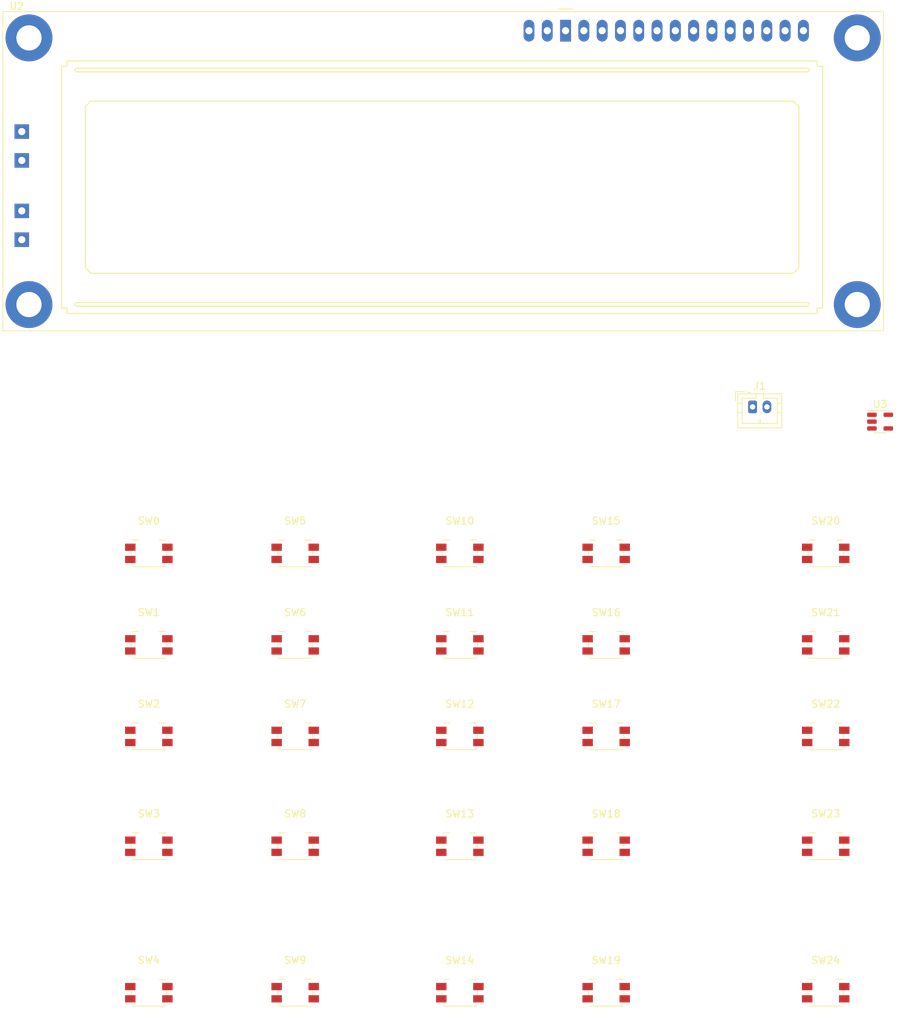
<source format=kicad_pcb>
(kicad_pcb (version 20211014) (generator pcbnew)
  (layers (0 "F.Cu" signal) (31 "B.Cu" signal) (34 "B.Paste" user) (35 "F.Paste" user) (36 "B.SilkS" user "B.Silkscreen") (37 "F.SilkS" user "F.Silkscreen") (38 "B.Mask" user) (39 "F.Mask" user) (44 "Edge.Cuts" user))
  (net 0 "")
  (net 24 "GND")
  (net 27 "/3v3")
  (net 28 "Net-(SW0-Pad1)")
  (net 29 "Net-(SW0-Pad2)")
  (net 30 "Net-(SW1-Pad2)")
  (net 31 "Net-(SW12-Pad2)")
  (net 32 "Net-(SW13-Pad2)")
  (net 33 "Net-(SW14-Pad2)")
  (net 34 "Net-(SW5-Pad1)")
  (net 35 "Net-(SW10-Pad1)")
  (net 36 "Net-(SW15-Pad1)")
  (net 37 "Net-(SW20-Pad1)")
  (footprint "Display:LCD-016N002L" (layer "F.Cu") (at 225.5 24)
    (fp_text reference "U2" (at -76.21 -3.41 180) (layer "F.SilkS"))
    (fp_text value "LCD-016N002L")
    (fp_line (start 44.14 -2.64) (end 44.14 41.64) (layer "F.SilkS") (width 0.12))
    (fp_line (start -78.14 -2.64) (end -78.14 41.64) (layer "F.SilkS") (width 0.12))
    (fp_line (start 32.385 32.893) (end 31.623 33.655) (layer "F.SilkS") (width 0.15))
    (fp_line (start -69.215 4.953) (end -69.977 4.953) (layer "F.SilkS") (width 0.15))
    (fp_line (start -69.215 39.243) (end -69.215 38.481) (layer "F.SilkS") (width 0.15))
    (fp_line (start 34.925 4.953) (end 35.687 4.953) (layer "F.SilkS") (width 0.15))
    (fp_line (start 32.385 10.541) (end 32.385 32.893) (layer "F.SilkS") (width 0.15))
    (fp_line (start 34.925 4.191) (end 34.925 4.953) (layer "F.SilkS") (width 0.15))
    (fp_line (start -68.199 37.973) (end -67.945 38.227) (layer "F.SilkS") (width 0.15))
    (fp_line (start -65.913 33.655) (end -66.675 32.893) (layer "F.SilkS") (width 0.15))
    (fp_line (start 44.14 -2.64) (end -78.14 -2.64) (layer "F.SilkS") (width 0.12))
    (fp_line (start -69.215 39.243) (end 34.925 39.243) (layer "F.SilkS") (width 0.15))
    (fp_line (start 31.623 33.655) (end -65.913 33.655) (layer "F.SilkS") (width 0.15))
    (fp_line (start -69.215 38.481) (end -69.977 38.481) (layer "F.SilkS") (width 0.15))
    (fp_line (start -67.945 37.719) (end -68.199 37.973) (layer "F.SilkS") (width 0.15))
    (fp_line (start -1 -3) (end 1 -3) (layer "F.SilkS") (width 0.12))
    (fp_line (start 33.655 5.207) (end -67.945 5.207) (layer "F.SilkS") (width 0.15))
    (fp_line (start 33.655 37.719) (end -67.945 37.719) (layer "F.SilkS") (width 0.15))
    (fp_line (start 33.909 37.973) (end 33.655 37.719) (layer "F.SilkS") (width 0.15))
    (fp_line (start 34.925 38.481) (end 34.925 39.243) (layer "F.SilkS") (width 0.15))
    (fp_line (start 35.687 38.481) (end 35.687 4.953) (layer "F.SilkS") (width 0.15))
    (fp_line (start 35.687 38.481) (end 34.925 38.481) (layer "F.SilkS") (width 0.15))
    (fp_line (start -66.675 10.541) (end -65.913 9.779) (layer "F.SilkS") (width 0.15))
    (fp_line (start -68.199 5.461) (end -67.945 5.715) (layer "F.SilkS") (width 0.15))
    (fp_line (start -67.945 38.227) (end 33.655 38.227) (layer "F.SilkS") (width 0.15))
    (fp_line (start 33.655 38.227) (end 33.909 37.973) (layer "F.SilkS") (width 0.15))
    (fp_line (start -69.977 4.953) (end -69.977 38.481) (layer "F.SilkS") (width 0.15))
    (fp_line (start -67.945 5.715) (end 33.655 5.715) (layer "F.SilkS") (width 0.15))
    (fp_line (start -66.675 32.893) (end -66.675 10.541) (layer "F.SilkS") (width 0.15))
    (fp_line (start -65.913 9.779) (end 31.623 9.779) (layer "F.SilkS") (width 0.15))
    (fp_line (start -69.215 4.191) (end -69.215 4.953) (layer "F.SilkS") (width 0.15))
    (fp_line (start 34.925 4.191) (end -69.215 4.191) (layer "F.SilkS") (width 0.15))
    (fp_line (start -78.14 41.64) (end 44.14 41.64) (layer "F.SilkS") (width 0.12))
    (fp_line (start -67.945 5.207) (end -68.199 5.461) (layer "F.SilkS") (width 0.15))
    (fp_line (start 33.909 5.461) (end 33.655 5.715) (layer "F.SilkS") (width 0.15))
    (fp_line (start 31.623 9.779) (end 32.385 10.541) (layer "F.SilkS") (width 0.15))
    (fp_line (start 33.655 5.207) (end 33.909 5.461) (layer "F.SilkS") (width 0.15))
    (pad "" thru_hole circle (at -74.5 1 180) (size 6.5 6.5) (drill 3.5) (layers *.Cu *.Mask))
    (pad "" thru_hole circle (at 40.5 1 180) (size 6.5 6.5) (drill 3.5) (layers *.Cu *.Mask))
    (pad "" thru_hole circle (at 40.5 38 180) (size 6.5 6.5) (drill 3.5) (layers *.Cu *.Mask))
    (pad "" thru_hole circle (at -74.5 38 180) (size 6.5 6.5) (drill 3.5) (layers *.Cu *.Mask))
    (pad "1" thru_hole rect (at 0 0 180) (size 1.5 3) (drill 1) (layers *.Cu *.Mask))
    (pad "2" thru_hole oval (at 2.54 0 180) (size 1.5 3) (drill 1) (layers *.Cu *.Mask))
    (pad "3" thru_hole oval (at 5.08 0 180) (size 1.5 3) (drill 1) (layers *.Cu *.Mask))
    (pad "4" thru_hole oval (at 7.62 0 180) (size 1.5 3) (drill 1) (layers *.Cu *.Mask))
    (pad "5" thru_hole oval (at 10.16 0 180) (size 1.5 3) (drill 1) (layers *.Cu *.Mask))
    (pad "6" thru_hole oval (at 12.7 0 180) (size 1.5 3) (drill 1) (layers *.Cu *.Mask))
    (pad "7" thru_hole oval (at 15.24 0 180) (size 1.5 3) (drill 1) (layers *.Cu *.Mask))
    (pad "8" thru_hole oval (at 17.78 0 180) (size 1.5 3) (drill 1) (layers *.Cu *.Mask))
    (pad "9" thru_hole oval (at 20.32 0 180) (size 1.5 3) (drill 1) (layers *.Cu *.Mask))
    (pad "10" thru_hole oval (at 22.86 0 180) (size 1.5 3) (drill 1) (layers *.Cu *.Mask))
    (pad "11" thru_hole oval (at 25.4 0 180) (size 1.5 3) (drill 1) (layers *.Cu *.Mask))
    (pad "12" thru_hole oval (at 27.94 0 180) (size 1.5 3) (drill 1) (layers *.Cu *.Mask))
    (pad "13" thru_hole oval (at 30.48 0 180) (size 1.5 3) (drill 1) (layers *.Cu *.Mask))
    (pad "14" thru_hole oval (at 33.02 0 180) (size 1.5 3) (drill 1) (layers *.Cu *.Mask))
    (pad "15" thru_hole oval (at -2.54 0 180) (size 1.5 3) (drill 1) (layers *.Cu *.Mask))
    (pad "16" thru_hole oval (at -5.08 0 180) (size 1.5 3) (drill 1) (layers *.Cu *.Mask))
    (pad "A1" thru_hole rect (at -75.5 14 180) (size 2 2) (drill 1) (layers *.Cu *.Mask))
    (pad "A2" thru_hole rect (at -75.5 25 180) (size 2 2) (drill 1) (layers *.Cu *.Mask))
    (pad "K1" thru_hole rect (at -75.5 18 180) (size 2 2) (drill 1) (layers *.Cu *.Mask))
    (pad "K2" thru_hole rect (at -75.5 29 180) (size 2 2) (drill 1) (layers *.Cu *.Mask))
  )
  (footprint "Button_Switch_SMD:Panasonic_EVQPUK_EVQPUB" (layer "F.Cu") (at 261.62 109.22)
    (fp_text reference "SW21" (at 0 -4.5) (layer "F.SilkS"))
    (fp_text value "SW_Push")
    (fp_line (start 2.45 0.275) (end 2.45 -0.275) (layer "F.SilkS") (width 0.12))
    (fp_line (start 2.35 -1.85) (end 1.425 -1.85) (layer "F.SilkS") (width 0.12))
    (fp_line (start 2.35 1.85) (end -2.35 1.85) (layer "F.SilkS") (width 0.12))
    (fp_line (start -2.45 0.275) (end -2.45 -0.275) (layer "F.SilkS") (width 0.12))
    (fp_line (start -1.425 -1.85) (end -2.35 -1.85) (layer "F.SilkS") (width 0.12))
    (pad "1" smd rect (at 2.575 -0.85 180) (size 1.45 1) (layers "F.Cu" "F.Paste" "F.Mask") (net 37 "Net-(SW20-Pad1)"))
    (pad "1" smd rect (at -2.575 -0.85 180) (size 1.45 1) (layers "F.Cu" "F.Paste" "F.Mask") (net 37 "Net-(SW20-Pad1)"))
    (pad "2" smd rect (at 2.575 0.85 180) (size 1.45 1) (layers "F.Cu" "F.Paste" "F.Mask") (net 30 "Net-(SW1-Pad2)"))
    (pad "2" smd rect (at -2.575 0.85 180) (size 1.45 1) (layers "F.Cu" "F.Paste" "F.Mask") (net 30 "Net-(SW1-Pad2)"))
  )
  (footprint "Button_Switch_SMD:Panasonic_EVQPUK_EVQPUB" (layer "F.Cu") (at 210.82 157.48)
    (fp_text reference "SW14" (at 0 -4.5) (layer "F.SilkS"))
    (fp_text value "SW_Push")
    (fp_line (start 2.45 0.275) (end 2.45 -0.275) (layer "F.SilkS") (width 0.12))
    (fp_line (start -1.425 -1.85) (end -2.35 -1.85) (layer "F.SilkS") (width 0.12))
    (fp_line (start 2.35 -1.85) (end 1.425 -1.85) (layer "F.SilkS") (width 0.12))
    (fp_line (start -2.45 0.275) (end -2.45 -0.275) (layer "F.SilkS") (width 0.12))
    (fp_line (start 2.35 1.85) (end -2.35 1.85) (layer "F.SilkS") (width 0.12))
    (pad "1" smd rect (at -2.575 -0.85 180) (size 1.45 1) (layers "F.Cu" "F.Paste" "F.Mask") (net 35 "Net-(SW10-Pad1)"))
    (pad "1" smd rect (at 2.575 -0.85 180) (size 1.45 1) (layers "F.Cu" "F.Paste" "F.Mask") (net 35 "Net-(SW10-Pad1)"))
    (pad "2" smd rect (at -2.575 0.85 180) (size 1.45 1) (layers "F.Cu" "F.Paste" "F.Mask") (net 33 "Net-(SW14-Pad2)"))
    (pad "2" smd rect (at 2.575 0.85 180) (size 1.45 1) (layers "F.Cu" "F.Paste" "F.Mask") (net 33 "Net-(SW14-Pad2)"))
  )
  (footprint "Button_Switch_SMD:Panasonic_EVQPUK_EVQPUB" (layer "F.Cu") (at 167.64 109.22)
    (fp_text reference "SW1" (at 0 -4.5) (layer "F.SilkS"))
    (fp_text value "SW_Push")
    (fp_line (start 2.45 0.275) (end 2.45 -0.275) (layer "F.SilkS") (width 0.12))
    (fp_line (start 2.35 1.85) (end -2.35 1.85) (layer "F.SilkS") (width 0.12))
    (fp_line (start -1.425 -1.85) (end -2.35 -1.85) (layer "F.SilkS") (width 0.12))
    (fp_line (start -2.45 0.275) (end -2.45 -0.275) (layer "F.SilkS") (width 0.12))
    (fp_line (start 2.35 -1.85) (end 1.425 -1.85) (layer "F.SilkS") (width 0.12))
    (pad "1" smd rect (at -2.575 -0.85 180) (size 1.45 1) (layers "F.Cu" "F.Paste" "F.Mask") (net 28 "Net-(SW0-Pad1)"))
    (pad "1" smd rect (at 2.575 -0.85 180) (size 1.45 1) (layers "F.Cu" "F.Paste" "F.Mask") (net 28 "Net-(SW0-Pad1)"))
    (pad "2" smd rect (at -2.575 0.85 180) (size 1.45 1) (layers "F.Cu" "F.Paste" "F.Mask") (net 30 "Net-(SW1-Pad2)"))
    (pad "2" smd rect (at 2.575 0.85 180) (size 1.45 1) (layers "F.Cu" "F.Paste" "F.Mask") (net 30 "Net-(SW1-Pad2)"))
  )
  (footprint "Package_TO_SOT_SMD:SOT-23-5" (layer "F.Cu") (at 269.17 78.24)
    (fp_text reference "U3" (at 0 -2.4) (layer "F.SilkS"))
    (fp_text value "AP2112K-3.3")
    (fp_line (start 0 -1.56) (end 0.8 -1.56) (layer "F.SilkS") (width 0.12))
    (fp_line (start 0 1.56) (end -0.8 1.56) (layer "F.SilkS") (width 0.12))
    (fp_line (start 0 -1.56) (end -1.8 -1.56) (layer "F.SilkS") (width 0.12))
    (fp_line (start 0 1.56) (end 0.8 1.56) (layer "F.SilkS") (width 0.12))
    (pad "1" smd roundrect (at -1.1375 -0.95) (size 1.325 0.6) (layers "F.Cu" "F.Paste" "F.Mask"))
    (pad "2" smd roundrect (at -1.1375 0) (size 1.325 0.6) (layers "F.Cu" "F.Paste" "F.Mask") (net 24 "GND"))
    (pad "3" smd roundrect (at -1.1375 0.95) (size 1.325 0.6) (layers "F.Cu" "F.Paste" "F.Mask"))
    (pad "4" smd roundrect (at 1.1375 0.95) (size 1.325 0.6) (layers "F.Cu" "F.Paste" "F.Mask"))
    (pad "5" smd roundrect (at 1.1375 -0.95) (size 1.325 0.6) (layers "F.Cu" "F.Paste" "F.Mask") (net 27 "/3v3"))
  )
  (footprint "Button_Switch_SMD:Panasonic_EVQPUK_EVQPUB" (layer "F.Cu") (at 210.82 96.52)
    (fp_text reference "SW10" (at 0 -4.5) (layer "F.SilkS"))
    (fp_text value "SW_Push")
    (fp_line (start 2.35 1.85) (end -2.35 1.85) (layer "F.SilkS") (width 0.12))
    (fp_line (start 2.45 0.275) (end 2.45 -0.275) (layer "F.SilkS") (width 0.12))
    (fp_line (start -2.45 0.275) (end -2.45 -0.275) (layer "F.SilkS") (width 0.12))
    (fp_line (start 2.35 -1.85) (end 1.425 -1.85) (layer "F.SilkS") (width 0.12))
    (fp_line (start -1.425 -1.85) (end -2.35 -1.85) (layer "F.SilkS") (width 0.12))
    (pad "1" smd rect (at -2.575 -0.85 180) (size 1.45 1) (layers "F.Cu" "F.Paste" "F.Mask") (net 35 "Net-(SW10-Pad1)"))
    (pad "1" smd rect (at 2.575 -0.85 180) (size 1.45 1) (layers "F.Cu" "F.Paste" "F.Mask") (net 35 "Net-(SW10-Pad1)"))
    (pad "2" smd rect (at 2.575 0.85 180) (size 1.45 1) (layers "F.Cu" "F.Paste" "F.Mask") (net 29 "Net-(SW0-Pad2)"))
    (pad "2" smd rect (at -2.575 0.85 180) (size 1.45 1) (layers "F.Cu" "F.Paste" "F.Mask") (net 29 "Net-(SW0-Pad2)"))
  )
  (footprint "Connector_JST:JST_PH_B2B-PH-K_1x02_P2.00mm_Vertical" (layer "F.Cu") (at 251.46 76.2)
    (fp_text reference "J1" (at 1 -2.9) (layer "F.SilkS"))
    (fp_text value "Conn_01x02_Female")
    (fp_line (start 0.5 -1.81) (end 0.5 -1.2) (layer "F.SilkS") (width 0.12))
    (fp_line (start 4.06 2.91) (end 4.06 -1.81) (layer "F.SilkS") (width 0.12))
    (fp_line (start 1.5 -1.2) (end 1.5 -1.81) (layer "F.SilkS") (width 0.12))
    (fp_line (start -0.3 -1.91) (end -0.6 -1.91) (layer "F.SilkS") (width 0.12))
    (fp_line (start 4.06 0.8) (end 3.45 0.8) (layer "F.SilkS") (width 0.12))
    (fp_line (start -2.06 0.8) (end -1.45 0.8) (layer "F.SilkS") (width 0.12))
    (fp_line (start -0.3 -1.81) (end -0.3 -2.01) (layer "F.SilkS") (width 0.12))
    (fp_line (start 1.1 1.8) (end 1.1 2.3) (layer "F.SilkS") (width 0.12))
    (fp_line (start -0.3 -2.01) (end -0.6 -2.01) (layer "F.SilkS") (width 0.12))
    (fp_line (start -1.45 -1.2) (end -1.45 2.3) (layer "F.SilkS") (width 0.12))
    (fp_line (start 4.06 -0.5) (end 3.45 -0.5) (layer "F.SilkS") (width 0.12))
    (fp_line (start 0.9 1.8) (end 1.1 1.8) (layer "F.SilkS") (width 0.12))
    (fp_line (start 3.45 -1.2) (end 1.5 -1.2) (layer "F.SilkS") (width 0.12))
    (fp_line (start 0.5 -1.2) (end -1.45 -1.2) (layer "F.SilkS") (width 0.12))
    (fp_line (start -1.45 2.3) (end 3.45 2.3) (layer "F.SilkS") (width 0.12))
    (fp_line (start 3.45 2.3) (end 3.45 -1.2) (layer "F.SilkS") (width 0.12))
    (fp_line (start 0.9 2.3) (end 0.9 1.8) (layer "F.SilkS") (width 0.12))
    (fp_line (start -2.36 -2.11) (end -2.36 -0.86) (layer "F.SilkS") (width 0.12))
    (fp_line (start -1.11 -2.11) (end -2.36 -2.11) (layer "F.SilkS") (width 0.12))
    (fp_line (start 1 2.3) (end 1 1.8) (layer "F.SilkS") (width 0.12))
    (fp_line (start 4.06 -1.81) (end -2.06 -1.81) (layer "F.SilkS") (width 0.12))
    (fp_line (start -2.06 -0.5) (end -1.45 -0.5) (layer "F.SilkS") (width 0.12))
    (fp_line (start -2.06 2.91) (end 4.06 2.91) (layer "F.SilkS") (width 0.12))
    (fp_line (start -2.06 -1.81) (end -2.06 2.91) (layer "F.SilkS") (width 0.12))
    (fp_line (start -0.6 -2.01) (end -0.6 -1.81) (layer "F.SilkS") (width 0.12))
    (pad "1" thru_hole roundrect (at 0 0) (size 1.2 1.75) (drill 0.75) (layers *.Cu *.Mask) (roundrect_rratio 0.208333))
    (pad "2" thru_hole oval (at 2 0) (size 1.2 1.75) (drill 0.75) (layers *.Cu *.Mask))
  )
  (footprint "Button_Switch_SMD:Panasonic_EVQPUK_EVQPUB" (layer "F.Cu") (at 187.96 109.22)
    (fp_text reference "SW6" (at 0 -4.5) (layer "F.SilkS"))
    (fp_text value "SW_Push")
    (fp_line (start -2.45 0.275) (end -2.45 -0.275) (layer "F.SilkS") (width 0.12))
    (fp_line (start 2.35 1.85) (end -2.35 1.85) (layer "F.SilkS") (width 0.12))
    (fp_line (start 2.45 0.275) (end 2.45 -0.275) (layer "F.SilkS") (width 0.12))
    (fp_line (start 2.35 -1.85) (end 1.425 -1.85) (layer "F.SilkS") (width 0.12))
    (fp_line (start -1.425 -1.85) (end -2.35 -1.85) (layer "F.SilkS") (width 0.12))
    (pad "1" smd rect (at -2.575 -0.85 180) (size 1.45 1) (layers "F.Cu" "F.Paste" "F.Mask") (net 34 "Net-(SW5-Pad1)"))
    (pad "1" smd rect (at 2.575 -0.85 180) (size 1.45 1) (layers "F.Cu" "F.Paste" "F.Mask") (net 34 "Net-(SW5-Pad1)"))
    (pad "2" smd rect (at 2.575 0.85 180) (size 1.45 1) (layers "F.Cu" "F.Paste" "F.Mask") (net 30 "Net-(SW1-Pad2)"))
    (pad "2" smd rect (at -2.575 0.85 180) (size 1.45 1) (layers "F.Cu" "F.Paste" "F.Mask") (net 30 "Net-(SW1-Pad2)"))
  )
  (footprint "Button_Switch_SMD:Panasonic_EVQPUK_EVQPUB" (layer "F.Cu") (at 167.64 157.48)
    (fp_text reference "SW4" (at 0 -4.5) (layer "F.SilkS"))
    (fp_text value "SW_Push")
    (fp_line (start -1.425 -1.85) (end -2.35 -1.85) (layer "F.SilkS") (width 0.12))
    (fp_line (start 2.35 1.85) (end -2.35 1.85) (layer "F.SilkS") (width 0.12))
    (fp_line (start -2.45 0.275) (end -2.45 -0.275) (layer "F.SilkS") (width 0.12))
    (fp_line (start 2.35 -1.85) (end 1.425 -1.85) (layer "F.SilkS") (width 0.12))
    (fp_line (start 2.45 0.275) (end 2.45 -0.275) (layer "F.SilkS") (width 0.12))
    (pad "1" smd rect (at -2.575 -0.85 180) (size 1.45 1) (layers "F.Cu" "F.Paste" "F.Mask") (net 28 "Net-(SW0-Pad1)"))
    (pad "1" smd rect (at 2.575 -0.85 180) (size 1.45 1) (layers "F.Cu" "F.Paste" "F.Mask") (net 28 "Net-(SW0-Pad1)"))
    (pad "2" smd rect (at -2.575 0.85 180) (size 1.45 1) (layers "F.Cu" "F.Paste" "F.Mask") (net 33 "Net-(SW14-Pad2)"))
    (pad "2" smd rect (at 2.575 0.85 180) (size 1.45 1) (layers "F.Cu" "F.Paste" "F.Mask") (net 33 "Net-(SW14-Pad2)"))
  )
  (footprint "Button_Switch_SMD:Panasonic_EVQPUK_EVQPUB" (layer "F.Cu") (at 167.64 96.52)
    (fp_text reference "SW0" (at 0 -4.5) (layer "F.SilkS"))
    (fp_text value "SW_Push")
    (fp_line (start 2.45 0.275) (end 2.45 -0.275) (layer "F.SilkS") (width 0.12))
    (fp_line (start 2.35 -1.85) (end 1.425 -1.85) (layer "F.SilkS") (width 0.12))
    (fp_line (start 2.35 1.85) (end -2.35 1.85) (layer "F.SilkS") (width 0.12))
    (fp_line (start -1.425 -1.85) (end -2.35 -1.85) (layer "F.SilkS") (width 0.12))
    (fp_line (start -2.45 0.275) (end -2.45 -0.275) (layer "F.SilkS") (width 0.12))
    (pad "1" smd rect (at -2.575 -0.85 180) (size 1.45 1) (layers "F.Cu" "F.Paste" "F.Mask") (net 28 "Net-(SW0-Pad1)"))
    (pad "1" smd rect (at 2.575 -0.85 180) (size 1.45 1) (layers "F.Cu" "F.Paste" "F.Mask") (net 28 "Net-(SW0-Pad1)"))
    (pad "2" smd rect (at 2.575 0.85 180) (size 1.45 1) (layers "F.Cu" "F.Paste" "F.Mask") (net 29 "Net-(SW0-Pad2)"))
    (pad "2" smd rect (at -2.575 0.85 180) (size 1.45 1) (layers "F.Cu" "F.Paste" "F.Mask") (net 29 "Net-(SW0-Pad2)"))
  )
  (footprint "Button_Switch_SMD:Panasonic_EVQPUK_EVQPUB" (layer "F.Cu") (at 187.96 137.16)
    (fp_text reference "SW8" (at 0 -4.5) (layer "F.SilkS"))
    (fp_text value "SW_Push")
    (fp_line (start 2.45 0.275) (end 2.45 -0.275) (layer "F.SilkS") (width 0.12))
    (fp_line (start 2.35 -1.85) (end 1.425 -1.85) (layer "F.SilkS") (width 0.12))
    (fp_line (start 2.35 1.85) (end -2.35 1.85) (layer "F.SilkS") (width 0.12))
    (fp_line (start -1.425 -1.85) (end -2.35 -1.85) (layer "F.SilkS") (width 0.12))
    (fp_line (start -2.45 0.275) (end -2.45 -0.275) (layer "F.SilkS") (width 0.12))
    (pad "1" smd rect (at 2.575 -0.85 180) (size 1.45 1) (layers "F.Cu" "F.Paste" "F.Mask") (net 34 "Net-(SW5-Pad1)"))
    (pad "1" smd rect (at -2.575 -0.85 180) (size 1.45 1) (layers "F.Cu" "F.Paste" "F.Mask") (net 34 "Net-(SW5-Pad1)"))
    (pad "2" smd rect (at 2.575 0.85 180) (size 1.45 1) (layers "F.Cu" "F.Paste" "F.Mask") (net 32 "Net-(SW13-Pad2)"))
    (pad "2" smd rect (at -2.575 0.85 180) (size 1.45 1) (layers "F.Cu" "F.Paste" "F.Mask") (net 32 "Net-(SW13-Pad2)"))
  )
  (footprint "Button_Switch_SMD:Panasonic_EVQPUK_EVQPUB" (layer "F.Cu") (at 261.62 157.48)
    (fp_text reference "SW24" (at 0 -4.5) (layer "F.SilkS"))
    (fp_text value "SW_Push")
    (fp_line (start 2.35 -1.85) (end 1.425 -1.85) (layer "F.SilkS") (width 0.12))
    (fp_line (start 2.35 1.85) (end -2.35 1.85) (layer "F.SilkS") (width 0.12))
    (fp_line (start 2.45 0.275) (end 2.45 -0.275) (layer "F.SilkS") (width 0.12))
    (fp_line (start -1.425 -1.85) (end -2.35 -1.85) (layer "F.SilkS") (width 0.12))
    (fp_line (start -2.45 0.275) (end -2.45 -0.275) (layer "F.SilkS") (width 0.12))
    (pad "1" smd rect (at 2.575 -0.85 180) (size 1.45 1) (layers "F.Cu" "F.Paste" "F.Mask") (net 37 "Net-(SW20-Pad1)"))
    (pad "1" smd rect (at -2.575 -0.85 180) (size 1.45 1) (layers "F.Cu" "F.Paste" "F.Mask") (net 37 "Net-(SW20-Pad1)"))
    (pad "2" smd rect (at -2.575 0.85 180) (size 1.45 1) (layers "F.Cu" "F.Paste" "F.Mask") (net 33 "Net-(SW14-Pad2)"))
    (pad "2" smd rect (at 2.575 0.85 180) (size 1.45 1) (layers "F.Cu" "F.Paste" "F.Mask") (net 33 "Net-(SW14-Pad2)"))
  )
  (footprint "Button_Switch_SMD:Panasonic_EVQPUK_EVQPUB" (layer "F.Cu") (at 261.62 96.52)
    (fp_text reference "SW20" (at 0 -4.5) (layer "F.SilkS"))
    (fp_text value "SW_Push")
    (fp_line (start 2.45 0.275) (end 2.45 -0.275) (layer "F.SilkS") (width 0.12))
    (fp_line (start 2.35 -1.85) (end 1.425 -1.85) (layer "F.SilkS") (width 0.12))
    (fp_line (start 2.35 1.85) (end -2.35 1.85) (layer "F.SilkS") (width 0.12))
    (fp_line (start -1.425 -1.85) (end -2.35 -1.85) (layer "F.SilkS") (width 0.12))
    (fp_line (start -2.45 0.275) (end -2.45 -0.275) (layer "F.SilkS") (width 0.12))
    (pad "1" smd rect (at -2.575 -0.85 180) (size 1.45 1) (layers "F.Cu" "F.Paste" "F.Mask") (net 37 "Net-(SW20-Pad1)"))
    (pad "1" smd rect (at 2.575 -0.85 180) (size 1.45 1) (layers "F.Cu" "F.Paste" "F.Mask") (net 37 "Net-(SW20-Pad1)"))
    (pad "2" smd rect (at 2.575 0.85 180) (size 1.45 1) (layers "F.Cu" "F.Paste" "F.Mask") (net 29 "Net-(SW0-Pad2)"))
    (pad "2" smd rect (at -2.575 0.85 180) (size 1.45 1) (layers "F.Cu" "F.Paste" "F.Mask") (net 29 "Net-(SW0-Pad2)"))
  )
  (footprint "Button_Switch_SMD:Panasonic_EVQPUK_EVQPUB" (layer "F.Cu") (at 187.96 96.52)
    (fp_text reference "SW5" (at 0 -4.5) (layer "F.SilkS"))
    (fp_text value "SW_Push")
    (fp_line (start 2.45 0.275) (end 2.45 -0.275) (layer "F.SilkS") (width 0.12))
    (fp_line (start -1.425 -1.85) (end -2.35 -1.85) (layer "F.SilkS") (width 0.12))
    (fp_line (start 2.35 1.85) (end -2.35 1.85) (layer "F.SilkS") (width 0.12))
    (fp_line (start -2.45 0.275) (end -2.45 -0.275) (layer "F.SilkS") (width 0.12))
    (fp_line (start 2.35 -1.85) (end 1.425 -1.85) (layer "F.SilkS") (width 0.12))
    (pad "1" smd rect (at 2.575 -0.85 180) (size 1.45 1) (layers "F.Cu" "F.Paste" "F.Mask") (net 34 "Net-(SW5-Pad1)"))
    (pad "1" smd rect (at -2.575 -0.85 180) (size 1.45 1) (layers "F.Cu" "F.Paste" "F.Mask") (net 34 "Net-(SW5-Pad1)"))
    (pad "2" smd rect (at -2.575 0.85 180) (size 1.45 1) (layers "F.Cu" "F.Paste" "F.Mask") (net 29 "Net-(SW0-Pad2)"))
    (pad "2" smd rect (at 2.575 0.85 180) (size 1.45 1) (layers "F.Cu" "F.Paste" "F.Mask") (net 29 "Net-(SW0-Pad2)"))
  )
  (footprint "Button_Switch_SMD:Panasonic_EVQPUK_EVQPUB" (layer "F.Cu") (at 167.64 121.92)
    (fp_text reference "SW2" (at 0 -4.5) (layer "F.SilkS"))
    (fp_text value "SW_Push")
    (fp_line (start -2.45 0.275) (end -2.45 -0.275) (layer "F.SilkS") (width 0.12))
    (fp_line (start 2.35 -1.85) (end 1.425 -1.85) (layer "F.SilkS") (width 0.12))
    (fp_line (start 2.35 1.85) (end -2.35 1.85) (layer "F.SilkS") (width 0.12))
    (fp_line (start 2.45 0.275) (end 2.45 -0.275) (layer "F.SilkS") (width 0.12))
    (fp_line (start -1.425 -1.85) (end -2.35 -1.85) (layer "F.SilkS") (width 0.12))
    (pad "1" smd rect (at -2.575 -0.85 180) (size 1.45 1) (layers "F.Cu" "F.Paste" "F.Mask") (net 28 "Net-(SW0-Pad1)"))
    (pad "1" smd rect (at 2.575 -0.85 180) (size 1.45 1) (layers "F.Cu" "F.Paste" "F.Mask") (net 28 "Net-(SW0-Pad1)"))
    (pad "2" smd rect (at 2.575 0.85 180) (size 1.45 1) (layers "F.Cu" "F.Paste" "F.Mask") (net 31 "Net-(SW12-Pad2)"))
    (pad "2" smd rect (at -2.575 0.85 180) (size 1.45 1) (layers "F.Cu" "F.Paste" "F.Mask") (net 31 "Net-(SW12-Pad2)"))
  )
  (footprint "Button_Switch_SMD:Panasonic_EVQPUK_EVQPUB" (layer "F.Cu") (at 231.14 96.52)
    (fp_text reference "SW15" (at 0 -4.5) (layer "F.SilkS"))
    (fp_text value "SW_Push")
    (fp_line (start 2.35 -1.85) (end 1.425 -1.85) (layer "F.SilkS") (width 0.12))
    (fp_line (start -1.425 -1.85) (end -2.35 -1.85) (layer "F.SilkS") (width 0.12))
    (fp_line (start -2.45 0.275) (end -2.45 -0.275) (layer "F.SilkS") (width 0.12))
    (fp_line (start 2.35 1.85) (end -2.35 1.85) (layer "F.SilkS") (width 0.12))
    (fp_line (start 2.45 0.275) (end 2.45 -0.275) (layer "F.SilkS") (width 0.12))
    (pad "1" smd rect (at -2.575 -0.85 180) (size 1.45 1) (layers "F.Cu" "F.Paste" "F.Mask") (net 36 "Net-(SW15-Pad1)"))
    (pad "1" smd rect (at 2.575 -0.85 180) (size 1.45 1) (layers "F.Cu" "F.Paste" "F.Mask") (net 36 "Net-(SW15-Pad1)"))
    (pad "2" smd rect (at -2.575 0.85 180) (size 1.45 1) (layers "F.Cu" "F.Paste" "F.Mask") (net 29 "Net-(SW0-Pad2)"))
    (pad "2" smd rect (at 2.575 0.85 180) (size 1.45 1) (layers "F.Cu" "F.Paste" "F.Mask") (net 29 "Net-(SW0-Pad2)"))
  )
  (footprint "Button_Switch_SMD:Panasonic_EVQPUK_EVQPUB" (layer "F.Cu") (at 261.62 121.92)
    (fp_text reference "SW22" (at 0 -4.5) (layer "F.SilkS"))
    (fp_text value "SW_Push")
    (fp_line (start 2.45 0.275) (end 2.45 -0.275) (layer "F.SilkS") (width 0.12))
    (fp_line (start -2.45 0.275) (end -2.45 -0.275) (layer "F.SilkS") (width 0.12))
    (fp_line (start 2.35 1.85) (end -2.35 1.85) (layer "F.SilkS") (width 0.12))
    (fp_line (start -1.425 -1.85) (end -2.35 -1.85) (layer "F.SilkS") (width 0.12))
    (fp_line (start 2.35 -1.85) (end 1.425 -1.85) (layer "F.SilkS") (width 0.12))
    (pad "1" smd rect (at -2.575 -0.85 180) (size 1.45 1) (layers "F.Cu" "F.Paste" "F.Mask") (net 37 "Net-(SW20-Pad1)"))
    (pad "1" smd rect (at 2.575 -0.85 180) (size 1.45 1) (layers "F.Cu" "F.Paste" "F.Mask") (net 37 "Net-(SW20-Pad1)"))
    (pad "2" smd rect (at 2.575 0.85 180) (size 1.45 1) (layers "F.Cu" "F.Paste" "F.Mask") (net 31 "Net-(SW12-Pad2)"))
    (pad "2" smd rect (at -2.575 0.85 180) (size 1.45 1) (layers "F.Cu" "F.Paste" "F.Mask") (net 31 "Net-(SW12-Pad2)"))
  )
  (footprint "Button_Switch_SMD:Panasonic_EVQPUK_EVQPUB" (layer "F.Cu") (at 231.14 157.48)
    (fp_text reference "SW19" (at 0 -4.5) (layer "F.SilkS"))
    (fp_text value "SW_Push")
    (fp_line (start -2.45 0.275) (end -2.45 -0.275) (layer "F.SilkS") (width 0.12))
    (fp_line (start -1.425 -1.85) (end -2.35 -1.85) (layer "F.SilkS") (width 0.12))
    (fp_line (start 2.35 -1.85) (end 1.425 -1.85) (layer "F.SilkS") (width 0.12))
    (fp_line (start 2.35 1.85) (end -2.35 1.85) (layer "F.SilkS") (width 0.12))
    (fp_line (start 2.45 0.275) (end 2.45 -0.275) (layer "F.SilkS") (width 0.12))
    (pad "1" smd rect (at 2.575 -0.85 180) (size 1.45 1) (layers "F.Cu" "F.Paste" "F.Mask") (net 36 "Net-(SW15-Pad1)"))
    (pad "1" smd rect (at -2.575 -0.85 180) (size 1.45 1) (layers "F.Cu" "F.Paste" "F.Mask") (net 36 "Net-(SW15-Pad1)"))
    (pad "2" smd rect (at -2.575 0.85 180) (size 1.45 1) (layers "F.Cu" "F.Paste" "F.Mask") (net 33 "Net-(SW14-Pad2)"))
    (pad "2" smd rect (at 2.575 0.85 180) (size 1.45 1) (layers "F.Cu" "F.Paste" "F.Mask") (net 33 "Net-(SW14-Pad2)"))
  )
  (footprint "Button_Switch_SMD:Panasonic_EVQPUK_EVQPUB" (layer "F.Cu") (at 231.14 137.16)
    (fp_text reference "SW18" (at 0 -4.5) (layer "F.SilkS"))
    (fp_text value "SW_Push")
    (fp_line (start -1.425 -1.85) (end -2.35 -1.85) (layer "F.SilkS") (width 0.12))
    (fp_line (start 2.35 -1.85) (end 1.425 -1.85) (layer "F.SilkS") (width 0.12))
    (fp_line (start 2.35 1.85) (end -2.35 1.85) (layer "F.SilkS") (width 0.12))
    (fp_line (start -2.45 0.275) (end -2.45 -0.275) (layer "F.SilkS") (width 0.12))
    (fp_line (start 2.45 0.275) (end 2.45 -0.275) (layer "F.SilkS") (width 0.12))
    (pad "1" smd rect (at -2.575 -0.85 180) (size 1.45 1) (layers "F.Cu" "F.Paste" "F.Mask") (net 36 "Net-(SW15-Pad1)"))
    (pad "1" smd rect (at 2.575 -0.85 180) (size 1.45 1) (layers "F.Cu" "F.Paste" "F.Mask") (net 36 "Net-(SW15-Pad1)"))
    (pad "2" smd rect (at -2.575 0.85 180) (size 1.45 1) (layers "F.Cu" "F.Paste" "F.Mask") (net 32 "Net-(SW13-Pad2)"))
    (pad "2" smd rect (at 2.575 0.85 180) (size 1.45 1) (layers "F.Cu" "F.Paste" "F.Mask") (net 32 "Net-(SW13-Pad2)"))
  )
  (footprint "Button_Switch_SMD:Panasonic_EVQPUK_EVQPUB" (layer "F.Cu") (at 167.64 137.16)
    (fp_text reference "SW3" (at 0 -4.5) (layer "F.SilkS"))
    (fp_text value "SW_Push")
    (fp_line (start -1.425 -1.85) (end -2.35 -1.85) (layer "F.SilkS") (width 0.12))
    (fp_line (start 2.35 1.85) (end -2.35 1.85) (layer "F.SilkS") (width 0.12))
    (fp_line (start -2.45 0.275) (end -2.45 -0.275) (layer "F.SilkS") (width 0.12))
    (fp_line (start 2.45 0.275) (end 2.45 -0.275) (layer "F.SilkS") (width 0.12))
    (fp_line (start 2.35 -1.85) (end 1.425 -1.85) (layer "F.SilkS") (width 0.12))
    (pad "1" smd rect (at 2.575 -0.85 180) (size 1.45 1) (layers "F.Cu" "F.Paste" "F.Mask") (net 28 "Net-(SW0-Pad1)"))
    (pad "1" smd rect (at -2.575 -0.85 180) (size 1.45 1) (layers "F.Cu" "F.Paste" "F.Mask") (net 28 "Net-(SW0-Pad1)"))
    (pad "2" smd rect (at -2.575 0.85 180) (size 1.45 1) (layers "F.Cu" "F.Paste" "F.Mask") (net 32 "Net-(SW13-Pad2)"))
    (pad "2" smd rect (at 2.575 0.85 180) (size 1.45 1) (layers "F.Cu" "F.Paste" "F.Mask") (net 32 "Net-(SW13-Pad2)"))
  )
  (footprint "Button_Switch_SMD:Panasonic_EVQPUK_EVQPUB" (layer "F.Cu") (at 210.82 121.92)
    (fp_text reference "SW12" (at 0 -4.5) (layer "F.SilkS"))
    (fp_text value "SW_Push")
    (fp_line (start 2.45 0.275) (end 2.45 -0.275) (layer "F.SilkS") (width 0.12))
    (fp_line (start 2.35 -1.85) (end 1.425 -1.85) (layer "F.SilkS") (width 0.12))
    (fp_line (start -1.425 -1.85) (end -2.35 -1.85) (layer "F.SilkS") (width 0.12))
    (fp_line (start -2.45 0.275) (end -2.45 -0.275) (layer "F.SilkS") (width 0.12))
    (fp_line (start 2.35 1.85) (end -2.35 1.85) (layer "F.SilkS") (width 0.12))
    (pad "1" smd rect (at 2.575 -0.85 180) (size 1.45 1) (layers "F.Cu" "F.Paste" "F.Mask") (net 35 "Net-(SW10-Pad1)"))
    (pad "1" smd rect (at -2.575 -0.85 180) (size 1.45 1) (layers "F.Cu" "F.Paste" "F.Mask") (net 35 "Net-(SW10-Pad1)"))
    (pad "2" smd rect (at -2.575 0.85 180) (size 1.45 1) (layers "F.Cu" "F.Paste" "F.Mask") (net 31 "Net-(SW12-Pad2)"))
    (pad "2" smd rect (at 2.575 0.85 180) (size 1.45 1) (layers "F.Cu" "F.Paste" "F.Mask") (net 31 "Net-(SW12-Pad2)"))
  )
  (footprint "Button_Switch_SMD:Panasonic_EVQPUK_EVQPUB" (layer "F.Cu") (at 187.96 157.48)
    (fp_text reference "SW9" (at 0 -4.5) (layer "F.SilkS"))
    (fp_text value "SW_Push")
    (fp_line (start 2.35 -1.85) (end 1.425 -1.85) (layer "F.SilkS") (width 0.12))
    (fp_line (start 2.35 1.85) (end -2.35 1.85) (layer "F.SilkS") (width 0.12))
    (fp_line (start -2.45 0.275) (end -2.45 -0.275) (layer "F.SilkS") (width 0.12))
    (fp_line (start -1.425 -1.85) (end -2.35 -1.85) (layer "F.SilkS") (width 0.12))
    (fp_line (start 2.45 0.275) (end 2.45 -0.275) (layer "F.SilkS") (width 0.12))
    (pad "1" smd rect (at -2.575 -0.85 180) (size 1.45 1) (layers "F.Cu" "F.Paste" "F.Mask") (net 34 "Net-(SW5-Pad1)"))
    (pad "1" smd rect (at 2.575 -0.85 180) (size 1.45 1) (layers "F.Cu" "F.Paste" "F.Mask") (net 34 "Net-(SW5-Pad1)"))
    (pad "2" smd rect (at 2.575 0.85 180) (size 1.45 1) (layers "F.Cu" "F.Paste" "F.Mask") (net 33 "Net-(SW14-Pad2)"))
    (pad "2" smd rect (at -2.575 0.85 180) (size 1.45 1) (layers "F.Cu" "F.Paste" "F.Mask") (net 33 "Net-(SW14-Pad2)"))
  )
  (footprint "Button_Switch_SMD:Panasonic_EVQPUK_EVQPUB" (layer "F.Cu") (at 261.62 137.16)
    (fp_text reference "SW23" (at 0 -4.5) (layer "F.SilkS"))
    (fp_text value "SW_Push")
    (fp_line (start -1.425 -1.85) (end -2.35 -1.85) (layer "F.SilkS") (width 0.12))
    (fp_line (start -2.45 0.275) (end -2.45 -0.275) (layer "F.SilkS") (width 0.12))
    (fp_line (start 2.45 0.275) (end 2.45 -0.275) (layer "F.SilkS") (width 0.12))
    (fp_line (start 2.35 -1.85) (end 1.425 -1.85) (layer "F.SilkS") (width 0.12))
    (fp_line (start 2.35 1.85) (end -2.35 1.85) (layer "F.SilkS") (width 0.12))
    (pad "1" smd rect (at 2.575 -0.85 180) (size 1.45 1) (layers "F.Cu" "F.Paste" "F.Mask") (net 37 "Net-(SW20-Pad1)"))
    (pad "1" smd rect (at -2.575 -0.85 180) (size 1.45 1) (layers "F.Cu" "F.Paste" "F.Mask") (net 37 "Net-(SW20-Pad1)"))
    (pad "2" smd rect (at -2.575 0.85 180) (size 1.45 1) (layers "F.Cu" "F.Paste" "F.Mask") (net 32 "Net-(SW13-Pad2)"))
    (pad "2" smd rect (at 2.575 0.85 180) (size 1.45 1) (layers "F.Cu" "F.Paste" "F.Mask") (net 32 "Net-(SW13-Pad2)"))
  )
  (footprint "Button_Switch_SMD:Panasonic_EVQPUK_EVQPUB" (layer "F.Cu") (at 187.96 121.92)
    (fp_text reference "SW7" (at 0 -4.5) (layer "F.SilkS"))
    (fp_text value "SW_Push")
    (fp_line (start -1.425 -1.85) (end -2.35 -1.85) (layer "F.SilkS") (width 0.12))
    (fp_line (start 2.35 1.85) (end -2.35 1.85) (layer "F.SilkS") (width 0.12))
    (fp_line (start 2.35 -1.85) (end 1.425 -1.85) (layer "F.SilkS") (width 0.12))
    (fp_line (start 2.45 0.275) (end 2.45 -0.275) (layer "F.SilkS") (width 0.12))
    (fp_line (start -2.45 0.275) (end -2.45 -0.275) (layer "F.SilkS") (width 0.12))
    (pad "1" smd rect (at -2.575 -0.85 180) (size 1.45 1) (layers "F.Cu" "F.Paste" "F.Mask") (net 34 "Net-(SW5-Pad1)"))
    (pad "1" smd rect (at 2.575 -0.85 180) (size 1.45 1) (layers "F.Cu" "F.Paste" "F.Mask") (net 34 "Net-(SW5-Pad1)"))
    (pad "2" smd rect (at 2.575 0.85 180) (size 1.45 1) (layers "F.Cu" "F.Paste" "F.Mask") (net 31 "Net-(SW12-Pad2)"))
    (pad "2" smd rect (at -2.575 0.85 180) (size 1.45 1) (layers "F.Cu" "F.Paste" "F.Mask") (net 31 "Net-(SW12-Pad2)"))
  )
  (footprint "Button_Switch_SMD:Panasonic_EVQPUK_EVQPUB" (layer "F.Cu") (at 231.14 121.92)
    (fp_text reference "SW17" (at 0 -4.5) (layer "F.SilkS"))
    (fp_text value "SW_Push")
    (fp_line (start 2.45 0.275) (end 2.45 -0.275) (layer "F.SilkS") (width 0.12))
    (fp_line (start 2.35 1.85) (end -2.35 1.85) (layer "F.SilkS") (width 0.12))
    (fp_line (start -1.425 -1.85) (end -2.35 -1.85) (layer "F.SilkS") (width 0.12))
    (fp_line (start -2.45 0.275) (end -2.45 -0.275) (layer "F.SilkS") (width 0.12))
    (fp_line (start 2.35 -1.85) (end 1.425 -1.85) (layer "F.SilkS") (width 0.12))
    (pad "1" smd rect (at -2.575 -0.85 180) (size 1.45 1) (layers "F.Cu" "F.Paste" "F.Mask") (net 36 "Net-(SW15-Pad1)"))
    (pad "1" smd rect (at 2.575 -0.85 180) (size 1.45 1) (layers "F.Cu" "F.Paste" "F.Mask") (net 36 "Net-(SW15-Pad1)"))
    (pad "2" smd rect (at -2.575 0.85 180) (size 1.45 1) (layers "F.Cu" "F.Paste" "F.Mask") (net 31 "Net-(SW12-Pad2)"))
    (pad "2" smd rect (at 2.575 0.85 180) (size 1.45 1) (layers "F.Cu" "F.Paste" "F.Mask") (net 31 "Net-(SW12-Pad2)"))
  )
  (footprint "Button_Switch_SMD:Panasonic_EVQPUK_EVQPUB" (layer "F.Cu") (at 210.82 137.16)
    (fp_text reference "SW13" (at 0 -4.5) (layer "F.SilkS"))
    (fp_text value "SW_Push")
    (fp_line (start 2.35 1.85) (end -2.35 1.85) (layer "F.SilkS") (width 0.12))
    (fp_line (start -2.45 0.275) (end -2.45 -0.275) (layer "F.SilkS") (width 0.12))
    (fp_line (start 2.45 0.275) (end 2.45 -0.275) (layer "F.SilkS") (width 0.12))
    (fp_line (start 2.35 -1.85) (end 1.425 -1.85) (layer "F.SilkS") (width 0.12))
    (fp_line (start -1.425 -1.85) (end -2.35 -1.85) (layer "F.SilkS") (width 0.12))
    (pad "1" smd rect (at -2.575 -0.85 180) (size 1.45 1) (layers "F.Cu" "F.Paste" "F.Mask") (net 35 "Net-(SW10-Pad1)"))
    (pad "1" smd rect (at 2.575 -0.85 180) (size 1.45 1) (layers "F.Cu" "F.Paste" "F.Mask") (net 35 "Net-(SW10-Pad1)"))
    (pad "2" smd rect (at 2.575 0.85 180) (size 1.45 1) (layers "F.Cu" "F.Paste" "F.Mask") (net 32 "Net-(SW13-Pad2)"))
    (pad "2" smd rect (at -2.575 0.85 180) (size 1.45 1) (layers "F.Cu" "F.Paste" "F.Mask") (net 32 "Net-(SW13-Pad2)"))
  )
  (footprint "Button_Switch_SMD:Panasonic_EVQPUK_EVQPUB" (layer "F.Cu") (at 210.82 109.22)
    (fp_text reference "SW11" (at 0 -4.5) (layer "F.SilkS"))
    (fp_text value "SW_Push")
    (fp_line (start 2.35 1.85) (end -2.35 1.85) (layer "F.SilkS") (width 0.12))
    (fp_line (start 2.45 0.275) (end 2.45 -0.275) (layer "F.SilkS") (width 0.12))
    (fp_line (start -1.425 -1.85) (end -2.35 -1.85) (layer "F.SilkS") (width 0.12))
    (fp_line (start -2.45 0.275) (end -2.45 -0.275) (layer "F.SilkS") (width 0.12))
    (fp_line (start 2.35 -1.85) (end 1.425 -1.85) (layer "F.SilkS") (width 0.12))
    (pad "1" smd rect (at -2.575 -0.85 180) (size 1.45 1) (layers "F.Cu" "F.Paste" "F.Mask") (net 35 "Net-(SW10-Pad1)"))
    (pad "1" smd rect (at 2.575 -0.85 180) (size 1.45 1) (layers "F.Cu" "F.Paste" "F.Mask") (net 35 "Net-(SW10-Pad1)"))
    (pad "2" smd rect (at -2.575 0.85 180) (size 1.45 1) (layers "F.Cu" "F.Paste" "F.Mask") (net 30 "Net-(SW1-Pad2)"))
    (pad "2" smd rect (at 2.575 0.85 180) (size 1.45 1) (layers "F.Cu" "F.Paste" "F.Mask") (net 30 "Net-(SW1-Pad2)"))
  )
  (footprint "Button_Switch_SMD:Panasonic_EVQPUK_EVQPUB" (layer "F.Cu") (at 231.14 109.22)
    (fp_text reference "SW16" (at 0 -4.5) (layer "F.SilkS"))
    (fp_text value "SW_Push")
    (fp_line (start 2.35 -1.85) (end 1.425 -1.85) (layer "F.SilkS") (width 0.12))
    (fp_line (start -1.425 -1.85) (end -2.35 -1.85) (layer "F.SilkS") (width 0.12))
    (fp_line (start 2.35 1.85) (end -2.35 1.85) (layer "F.SilkS") (width 0.12))
    (fp_line (start -2.45 0.275) (end -2.45 -0.275) (layer "F.SilkS") (width 0.12))
    (fp_line (start 2.45 0.275) (end 2.45 -0.275) (layer "F.SilkS") (width 0.12))
    (pad "1" smd rect (at 2.575 -0.85 180) (size 1.45 1) (layers "F.Cu" "F.Paste" "F.Mask") (net 36 "Net-(SW15-Pad1)"))
    (pad "1" smd rect (at -2.575 -0.85 180) (size 1.45 1) (layers "F.Cu" "F.Paste" "F.Mask") (net 36 "Net-(SW15-Pad1)"))
    (pad "2" smd rect (at 2.575 0.85 180) (size 1.45 1) (layers "F.Cu" "F.Paste" "F.Mask") (net 30 "Net-(SW1-Pad2)"))
    (pad "2" smd rect (at -2.575 0.85 180) (size 1.45 1) (layers "F.Cu" "F.Paste" "F.Mask") (net 30 "Net-(SW1-Pad2)"))
  )
)
</source>
